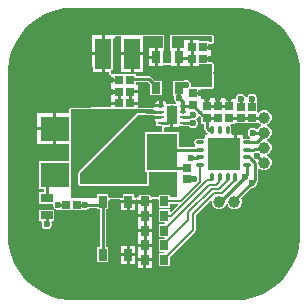
<source format=gtl>
%FSTAX44Y44*%
%MOMM*%
%SFA1B1*%

%IPPOS*%
%AMD28*
4,1,8,0.200660,0.124460,-0.200660,0.124460,-0.248920,0.076200,-0.248920,-0.076200,-0.200660,-0.124460,0.200660,-0.124460,0.248920,-0.076200,0.248920,0.076200,0.200660,0.124460,0.0*
1,1,0.100000,0.200660,0.076200*
1,1,0.100000,-0.200660,0.076200*
1,1,0.100000,-0.200660,-0.076200*
1,1,0.100000,0.200660,-0.076200*
%
%AMD45*
4,1,8,0.401320,0.800100,-0.401320,0.800100,-0.449580,0.749300,-0.449580,-0.749300,-0.401320,-0.800100,0.401320,-0.800100,0.449580,-0.749300,0.449580,0.749300,0.401320,0.800100,0.0*
1,1,0.099000,0.401320,0.749300*
1,1,0.099000,-0.401320,0.749300*
1,1,0.099000,-0.401320,-0.749300*
1,1,0.099000,0.401320,-0.749300*
%
%ADD10C,0.200000*%
%ADD11C,0.253999*%
%ADD15R,0.999998X0.749999*%
%ADD19C,0.799998*%
G04~CAMADD=28~8~0.0~0.0~196.9~98.4~19.7~0.0~15~0.0~0.0~0.0~0.0~0~0.0~0.0~0.0~0.0~0~0.0~0.0~0.0~0.0~196.9~98.4*
%ADD28D28*%
%ADD29C,2.299995*%
%ADD31R,0.649999X0.699999*%
%ADD32R,1.349997X2.599995*%
%ADD33R,0.699999X0.649999*%
%ADD34R,0.779998X0.739999*%
%ADD35R,0.739999X0.779998*%
%ADD36C,0.999998*%
%ADD37R,0.699999X0.999998*%
%ADD38O,0.799998X0.349999*%
%ADD39O,0.349999X0.799998*%
%ADD40R,2.699995X2.699995*%
%ADD41R,2.449995X2.149996*%
%ADD42R,2.599995X3.099994*%
%ADD43R,0.699999X0.999998*%
%ADD44R,0.699999X0.849998*%
G04~CAMADD=45~8~0.0~0.0~354.3~629.9~19.5~0.0~15~0.0~0.0~0.0~0.0~0~0.0~0.0~0.0~0.0~0~0.0~0.0~0.0~0.0~354.3~629.9*
%ADD45D45*%
%ADD46C,3.499993*%
%ADD47C,0.499999*%
%ADD48C,0.299999*%
%ADD49C,0.499999*%
%ADD50C,0.599999*%
%LNpcb1-1*%
%LPD*%
G36*
X00492919Y00543744D02*
X00491337D01*
X00490626Y00544219*
Y00544444*
X00482146*
Y00545764*
X00476976*
Y00539524*
X00474436*
Y00545764*
X00469266*
Y00538699*
X00465699*
Y00531159*
Y00523619*
X00470469*
Y00523668*
X00474436*
Y00529908*
X00476976*
Y00523668*
X00482146*
Y00524988*
X00490626*
Y00525213*
X00491337Y00525688*
X00492919*
Y00505796*
X0047544*
X00474785Y00506776*
Y00508454*
X00474143Y00510005*
X00472956Y00511192*
X00471405Y00511835*
X00469726*
X00468625Y00511379*
X00459709*
Y00498939*
X0045996*
X00460666Y00497883*
X00460537Y00497573*
Y00495894*
X0046118Y00494343*
X00462367Y00493156*
X00462447Y00493123*
X00462195Y00491853*
X00454734*
X00454162Y00491739*
X00454103Y00492035*
X00453431Y00493041*
X00452425Y00493713*
X00451239Y00493949*
X00450509*
Y00490099*
X00449239*
Y00488829*
X00443713*
X0044346Y00488521*
X00430007*
Y00490829*
X00423567*
Y00493369*
X00430007*
Y00495516*
X00430112*
Y00500485*
X00423672*
Y00503025*
X00430112*
Y00507995*
X00428608*
Y0051028*
X00438218*
X00440709Y00507789*
Y00498939*
X00450149*
Y00511379*
X00444299*
X00441065Y00514614*
X00440241Y00515164*
X0043927Y00515357*
X00428608*
Y00516626*
X00408568*
X00407413Y00516903*
X00407202Y00517017*
Y00520008*
X00408739*
Y00546333*
X0041143Y00549024*
X00415979*
Y00535498*
X00425269*
X00434559*
Y00549024*
X00451136*
Y00538699*
X00446699*
Y00531159*
Y00523619*
X00451469*
Y00524939*
X00458389*
Y00523619*
X00463159*
Y00531159*
Y00538699*
X00458722*
Y00549024*
X00492919*
Y00543744*
G37*
G36*
X00408647Y00487179D02*
D01*
X00428687*
X00429957Y00487222*
X00430007Y00487201*
X00443114*
X00444004Y00486431*
X00444187Y00486087*
X00444139Y00485849*
Y00484952*
X00443887Y00484503*
X00443526Y0048411*
X00442938Y00483881*
X00436655*
X00436618Y00483888*
X0043658Y00483881*
X00436525*
X00436482Y00483863*
X00436359Y00483913*
X00430456Y00483908*
X00429985Y00483713*
X00429523Y00483521*
X00380065Y0043402*
X00379873Y00433557*
X00379678Y00433086*
Y00423382*
X00380065Y00422448*
X00381Y00422061*
X004381*
X00439034Y00422448*
X00439421Y00423382*
Y00434129*
X0046355*
Y0041274*
X00458062Y00412677*
X00457159Y0041357*
Y00414549*
X00447719*
Y00412558*
X00441562Y00412486*
X00440659Y00413379*
Y00414549*
X00431219*
Y00412367*
X00427536Y00412324*
X00426633Y00413217*
Y00415113*
X00417193*
Y00412205*
X00406036Y00412076*
X00405133Y00412969*
Y00415113*
X00395693*
Y00411957*
X00374282Y0041171*
X0037338Y00412602*
Y0048715*
X00408535Y0048729*
X00408647Y00487179*
G37*
G36*
X00533436Y00474706D02*
X00534376Y00474316D01*
Y00472942*
X00533436Y00472552*
X00531686Y00470802*
X00531598Y0047059*
X00530121Y00470344*
X00529609Y00470857*
X00528058Y00471499*
X00526379*
X00524828Y00470857*
X00523641Y00469669*
X00522998Y00468118*
Y0046644*
X00523641Y00464889*
X00524828Y00463702*
X00525345Y00463487*
X00524975Y00462266*
X00524919Y00462277*
X00520419*
X00519979Y0046219*
X00518709Y0046309*
Y00465539*
X0050976*
X0050886Y00466809*
X00508947Y00467249*
Y00471749*
X00508717Y00472908*
X00508325Y00473493*
X00508847Y0047472*
X00508889Y00474763*
X00512392*
X00512554Y00475163*
X00521493*
X00522105*
X00531045*
Y00475301*
X00532315Y00475826*
X00533436Y00474706*
G37*
G36*
X00460009Y00472D02*
X00462744D01*
X00463928Y00472235*
X00464932Y00472906*
X00465046Y00473077*
X00465568Y00472729*
X00466239Y00472595*
X00468063*
X00468239Y0047256*
X00473495*
X00474487Y00471567*
X00476039Y00470925*
X00477717*
X00479268Y00471567*
X00480455Y00472755*
X00481098Y00474305*
Y00475984*
X00480455Y00477535*
X00480074Y00477917*
X00479307Y00478763*
X00480074Y00479576*
X00480472Y00479975*
X00480794Y00480751*
X00482288Y00481053*
X00482622Y00480718*
X00483446Y00480168*
X00483449Y00480167*
Y00474763*
X0048583*
Y00470987*
X00486024Y00470015*
X00486574Y00469192*
X00488062Y00467704*
X00488736Y00467253*
X0048893Y00466987*
X00488978Y00466809*
X00488004Y00465539*
X00486629*
Y0046309*
X00485359Y0046219*
X00484919Y00462277*
X00480419*
X0047926Y00462047*
X00478278Y00461391*
X00477621Y00460408*
X00477391Y00459249*
X00477621Y0045809*
X00478278Y00457108*
X00478106Y00455695*
X0047771Y00455288*
X00464849*
Y00467569*
X00452177*
Y00471436*
X00452425Y00471485*
X00453431Y00472157*
X00453503Y00472266*
X0045355Y00472235*
X00454734Y00472*
X00457469*
Y004826*
X00460009*
Y00472*
G37*
G36*
X00544462Y00347098D02*
X00543289Y00346612D01*
X00543192Y0034671*
X00337452*
Y00550258*
X00338372Y00551134*
X00356322Y00550248*
X00357253Y0055118*
X00408726*
X0040935Y0054991*
X00409247Y00549776*
X00409223Y00549768*
X00402039*
Y00534228*
Y00518688*
X00405881*
Y00517017*
X00405958Y00516831*
X00405938Y00516633*
X00406144Y00516382*
X00406268Y00516082*
X00406453Y00516006*
X00406579Y00515851*
X0040679Y00515739*
X00406964Y00515722*
X00407105Y0051562*
X00407248Y00515585*
Y00512976*
X00413688*
Y00510436*
X00407248*
Y00505466*
X00407432*
Y00503025*
X00413872*
Y00500485*
X00407432*
Y00498339*
X00407327*
Y00493369*
X00413767*
Y00490829*
X00407327*
Y00488606*
X00373374Y0048847*
X0037291Y00488276*
X00372445Y00488084*
X00372444Y00488081*
X00372442Y0048808*
X00372251Y00487614*
X00372059Y0048715*
Y00483889*
X00360899*
Y00470599*
Y00457309*
X00372059*
Y00443069*
X00346159*
Y00419129*
X00350296*
Y00417179*
X00346615*
Y00407239*
X0035804*
Y00407238*
Y0040556*
X00358573Y00404273*
X00358683Y00404009*
X00359362Y00403329*
X00359358Y00403289*
X00358716Y00402179*
X00357915*
X00357905*
X00346615*
Y00392239*
X00348011*
X0034886Y00390969*
X00348615Y00390378*
Y003887*
X00349258Y00387149*
X00350445Y00385961*
X00351996Y00385319*
X00353675*
X00355226Y00385961*
X00356413Y00387149*
X00357055Y003887*
Y00390378*
X00356811Y00390969*
X00357659Y00392239*
X00359055*
Y00400961*
Y00401889*
X00359262Y00402125*
X00360098Y00402727*
X00360423Y00402592*
X00361421Y00402179*
X003631*
X00363554Y00402367*
X0036421Y00401929*
X0037365*
X0037371*
X0037492*
X0038315*
X0038442Y0040232*
X00384761Y00402179*
X0038644*
X00387991Y00402821*
X00389029Y0040386*
X00395693*
Y00402673*
X00397874*
Y00370113*
X00395693*
Y00357673*
X00405133*
Y00370113*
X00402952*
Y00402673*
X00405133*
Y00409755*
X00406022Y00410732*
X00406051Y00410756*
X0041497Y00410859*
X00415674Y00410163*
X00421913*
X00427953*
Y00410473*
X00428868Y00410706*
X00429291Y00410349*
X00435939*
X00441979*
Y00411171*
X00446816Y00411226*
X00447719Y00410334*
Y00403609*
X00457159*
Y00406815*
X00463675*
X00464161Y00405642*
X00458429Y0039991*
X00457159Y00400436*
Y00402209*
X00447719*
Y00391269*
X00452312*
X0045299Y00389999*
X00452904Y00389869*
X00447719*
Y00378929*
X00452312*
X0045299Y00377659*
X00452904Y00377529*
X00447719*
Y00366589*
X00452312*
X0045299Y00365319*
X00452904Y00365189*
X00447719*
Y00354249*
X00457159*
Y00361988*
X00478191Y00383021*
X00478682Y00383755*
X00478854Y00384621*
Y0039717*
X00491477Y00409792*
X00492747Y00409266*
Y00407653*
X00493694Y00405367*
X00495443Y00403618*
X00497729Y00402671*
X00500204*
X0050249Y00403618*
X0050424Y00405367*
X00504701Y0040648*
X00506075*
X00506536Y00405367*
X00508286Y00403618*
X00510572Y00402671*
X00513046*
X00515332Y00403618*
X00517082Y00405367*
X00518029Y00407653*
Y00410128*
X00517328Y00411819*
X00525897Y00420388*
X00527366*
X00528917Y00421031*
X00530104Y00422218*
X00530746Y00423769*
Y00425238*
X00530954Y00425445*
X00531505Y00426269*
X00531698Y00427241*
Y00436684*
X00532871Y00437171*
X00533436Y00436606*
X00535722Y00435659*
X00538196*
X00540482Y00436606*
X00542232Y00438356*
X00543179Y00440642*
Y00443116*
X00542232Y00445402*
X00540482Y00447152*
X00539542Y00447542*
Y00448916*
X00540482Y00449306*
X00542232Y00451056*
X00543179Y00453342*
Y00455816*
X00542232Y00458102*
X00540482Y00459852*
X00539542Y00460242*
Y00461616*
X00540482Y00462006*
X00542232Y00463756*
X00543179Y00466042*
Y00468516*
X00542232Y00470802*
X00540482Y00472552*
X00539542Y00472942*
Y00474316*
X00540482Y00474706*
X00542232Y00476456*
X00543179Y00478742*
Y00481216*
X00542232Y00483502*
X00540482Y00485252*
X00538196Y00486199*
X00535722*
X00533436Y00485252*
X00532315Y00484131*
X00531045Y00484603*
Y00485873*
Y00494103*
X00530607Y00494759*
X00530795Y00495214*
Y00496893*
X00530153Y00498444*
X00528965Y00499631*
X00527415Y00500273*
X00525736*
X00524185Y00499631*
X00522998Y00498444*
X00522434Y00497084*
X00522172Y00497042*
X00521427*
X00521164Y00497084*
X00520601Y00498444*
X00519414Y00499631*
X00517863Y00500273*
X00516184*
X00514633Y00499631*
X00513446Y00498444*
X00512804Y00496893*
Y00496123*
X00508742*
Y00489683*
X00506202*
Y00496123*
X00503978*
Y00496266*
X00499008*
Y00489826*
X00496468*
Y00496266*
X00491498*
Y00496123*
X00489639*
Y00489683*
X00487099*
Y00496123*
X00483134*
Y00499144*
X00476894*
Y00501684*
X00483134*
Y00504476*
X00492919*
X00493853Y00504863*
X00494239Y00505796*
Y00525688*
X00493853Y00526622*
X00492919Y00527009*
X00491946*
Y00528638*
X00485506*
Y00531178*
X00491946*
Y00533284*
Y00538254*
X00485506*
Y00540794*
X00491946*
Y00542424*
X00492919*
X00493853Y0054281*
X00494239Y00543744*
Y00549024*
X00493853Y00549958*
X00494224Y0055118*
X00544462*
Y00347098*
G37*
G36*
X00436525Y0048256D02*
X00443315D01*
X00444171Y00481369*
X00449239*
Y00478829*
X00444243*
X00444375Y00478163*
X00445047Y00477157*
X00445737Y00476697*
X00445619Y0047652*
X00445485Y00475849*
Y00474349*
X00445619Y00473678*
X00445999Y00473109*
X00446568Y00472729*
X00447239Y00472595*
X00449062*
X00449239Y0047256*
X0044934Y0047258*
X00450857*
Y00467569*
X00436409*
Y00434129*
X004381*
Y00423382*
X00381*
Y00433086*
X00430457Y00482588*
X0043636Y00482593*
X00436525Y0048256*
G37*
%LNpcb1-2*%
%LPC*%
G36*
X00444159Y00538699D02*
X00439389D01*
Y00532429*
X00444159*
Y00538699*
G37*
G36*
Y00529889D02*
X00439389D01*
Y00523619*
X00444159*
Y00529889*
G37*
G36*
X00434559Y00532958D02*
X00426539D01*
Y00518688*
X00434559*
Y00532958*
G37*
G36*
X00423999D02*
X00415979D01*
Y00518688*
X00423999*
Y00532958*
G37*
G36*
X00447969Y00493949D02*
X00447239D01*
X00446053Y00493713*
X00445047Y00493041*
X00444375Y00492035*
X00444243Y00491369*
X00447969*
Y00493949*
G37*
G36*
X00399499Y00549768D02*
X00391479D01*
Y00535498*
X00399499*
Y00549768*
G37*
G36*
Y00532958D02*
X00391479D01*
Y00518688*
X00399499*
Y00532958*
G37*
G36*
X00358359Y00483889D02*
X00344839D01*
Y00471869*
X00358359*
Y00483889*
G37*
G36*
Y00469329D02*
X00344839D01*
Y00457309*
X00358359*
Y00469329*
G37*
G36*
X00427953Y00407623D02*
X00423183D01*
Y00401353*
X00427953*
Y00407623*
G37*
G36*
X00420643D02*
X00415873D01*
Y00401353*
X00420643*
Y00407623*
G37*
G36*
X00441979Y00407809D02*
X00435939D01*
X00429899*
Y00402289*
Y00398009*
X00435939*
X00441979*
Y00402289*
Y00407809*
G37*
G36*
Y00395469D02*
X00435939D01*
X00429899*
Y00389949*
Y00385669*
X00435939*
X00441979*
Y00389949*
Y00395469*
G37*
G36*
Y00383129D02*
X00435939D01*
X00429899*
Y00377609*
Y00373329*
X00435939*
X00441979*
Y00377609*
Y00383129*
G37*
G36*
X00427953Y00371433D02*
X00423183D01*
Y00365163*
X00427953*
Y00371433*
G37*
G36*
X00420643D02*
X00415873D01*
Y00365163*
X00420643*
Y00371433*
G37*
G36*
X00441979Y00370789D02*
X00435939D01*
X00429899*
Y00365269*
Y00360989*
X00435939*
X00441979*
Y00365269*
Y00370789*
G37*
G36*
X00427953Y00362623D02*
X00423183D01*
Y00356353*
X00427953*
Y00362623*
G37*
G36*
X00420643D02*
X00415873D01*
Y00356353*
X00420643*
Y00362623*
G37*
G36*
X00441979Y00358449D02*
X00437209D01*
Y00352929*
X00441979*
Y00358449*
G37*
G36*
X00434669D02*
X00429899D01*
Y00352929*
X00434669*
Y00358449*
G37*
%LNpcb1-3*%
%LPD*%
G54D10*
X00492919Y00427655D02*
Y00429499D01*
X00488682Y00426962D02*
X00492226D01*
X00452439Y00409079D02*
X00466245D01*
X00482669Y00425503*
X00492226Y00426962D02*
X00492919Y00427655D01*
X00482669Y00425503D02*
Y00439749D01*
X00458459Y00396739D02*
X00488682Y00426962D01*
X00452439Y00396739D02*
X00458459D01*
X00489871Y00422581D02*
X00495841D01*
X00452439Y00385149D02*
X00489871Y00422581D01*
X00492527Y00419361D02*
X00499121D01*
X00472831Y00399665D02*
X00492527Y00419361D01*
X00472831Y00393201D02*
Y00399665D01*
X00476591Y00398107D02*
X00494625Y00416141D01*
X00501469*
X00476591Y00384621D02*
Y00398107D01*
X00499132Y00429212D02*
X00499419Y00429499D01*
X00495841Y00422581D02*
X00499132Y00425872D01*
Y00429212*
X00452439Y00372809D02*
X00472831Y00393201D01*
X00452439Y00360469D02*
X00476591Y00384621D01*
X00499121Y00419361D02*
X00505735Y00425975D01*
X00501469Y00416141D02*
X00512419Y00427092D01*
X00505735Y00425975D02*
Y00429315D01*
G54D11*
X00464429Y00505385D02*
X00466659Y00507615D01*
X00464429Y00505159D02*
Y00505385D01*
X00466659Y00507615D02*
X00470565D01*
X00464593Y00496898D02*
Y00504245D01*
X00464429Y00504409D02*
X00464593Y00504245D01*
Y00496898D02*
X00464757Y00496734D01*
X00476894Y00500414D02*
X00483564D01*
X00488369Y00479426D02*
X00497738D01*
X00482179Y00484844D02*
Y00485129D01*
Y00484844D02*
X00482384Y00484639D01*
X00476894Y00490414D02*
X00482179Y00485129D01*
X00482384Y00484547D02*
Y00484639D01*
Y00484547D02*
X00484418Y00482513D01*
X00485939*
X00476894Y00490414D02*
Y00490614D01*
X00485939Y00482513D02*
X00488369Y00480083D01*
Y00479883D02*
Y00480083D01*
X0047638Y00490099D02*
X00476894Y00490614D01*
X00468239Y00490099D02*
X0047638D01*
X00475958Y00482365D02*
X00476894D01*
X00468259Y00480119D02*
X00473712D01*
X00475958Y00482365*
X00468239Y00475099D02*
X00476832D01*
X00476878Y00475145*
X00488369Y00479426D02*
Y00479883D01*
Y00470987D02*
Y00479426D01*
X00489857Y00469499D02*
X00492919D01*
X00488369Y00470987D02*
X00489857Y00469499D01*
X00520665Y00429499D02*
X00522669Y00431503D01*
X00502484Y00411318D02*
X00520665Y00429499D01*
X00530909Y00447622D02*
X00531063D01*
X00536805Y00441879D02*
X00536959D01*
X00531063Y00447622D02*
X00536805Y00441879D01*
X00526526Y00424608D02*
X00529159Y00427241D01*
X0051181Y00409891D02*
X00526526Y00424608D01*
X00468239Y00480099D02*
X00468259Y00480119D01*
X00497921Y00489683D02*
Y00496353D01*
X00507472Y00489683D02*
Y00496353D01*
X00507307Y00489849D02*
X00507472Y00489683D01*
X00488369D02*
Y00496353D01*
X00527219Y00467279D02*
X00534827D01*
X003856Y004064D02*
X00398183D01*
X0037893D02*
X003856D01*
X0037843D02*
X0037893D01*
X00379095Y00406564*
X00368765Y00406234D02*
X0036893Y004064D01*
X0036226D02*
X0036893D01*
X00400413Y00363893D02*
Y00408629D01*
X00398183Y004064D02*
X00400413Y00408629D01*
Y00408893*
X00352835Y00412209D02*
Y00424305D01*
X00359529Y00430999*
X00352835Y00389539D02*
Y00397209D01*
X00468239Y00485099D02*
X00468259Y00485079D01*
X00471343Y00427833D02*
X00477449D01*
X00450629Y00449363D02*
X00462359Y00437633D01*
X00450629Y00449363D02*
Y0045085D01*
X00462359Y00437633D02*
X00471343D01*
X00452529Y00452749D02*
X00482669D01*
X00526575Y00489383D02*
Y00496053D01*
X00517024Y00489383D02*
Y00496053D01*
X00497921Y00489683D02*
X00507472D01*
X00488369D02*
X00497921D01*
X00507472Y00479883D02*
X00517024D01*
X00526575*
X00538915*
X00435753Y00408893D02*
X00435939Y00409079D01*
X00421913Y00408893D02*
X00435753D01*
X00551175Y00429179D02*
X00554026Y0043203D01*
X00536959Y00429179D02*
X00551175D01*
X00554026Y0043203D02*
X00555504D01*
X00421913Y00363893D02*
Y00408893D01*
X00452439Y00372059D02*
Y00372809D01*
X00500394Y00411318D02*
X00502484D01*
X00522669Y00431503D02*
Y00439749D01*
X00498967Y00409891D02*
X00500394Y00411318D01*
X00452439Y00384399D02*
Y00385149D01*
X00505735Y00429315D02*
X00505919Y00429499D01*
X00452439Y00359719D02*
Y00360469D01*
X00512419Y00427092D02*
Y00429499D01*
X00525103Y00445562D02*
X00529159Y00441505D01*
X00522669Y00446249D02*
X00524659D01*
X00525103Y00445806*
Y00445562D02*
Y00445806D01*
X00529159Y00427241D02*
Y00441505D01*
X00435939Y00359719D02*
Y00372059D01*
Y00384399*
Y00396739*
Y00409079*
X00450629Y0045085D02*
X00452529Y00452749D01*
X00330985Y00484159D02*
X00339185Y00492359D01*
X00413767Y00492099D02*
Y0050165D01*
X00413872Y00501756*
X00436525Y00485099D02*
X00449239D01*
X00400769Y00534228D02*
Y00553943D01*
X0040868Y00561854*
X00423488Y00512819D02*
X0043927D01*
X00407018Y00511706D02*
X00413688D01*
X00445429Y00505159D02*
Y00506659D01*
X00423488Y00511706D02*
X00423497Y00511698D01*
X0043927Y00512819D02*
X00445429Y00506659D01*
X00454929Y00559624D02*
X00457159Y00561854D01*
X00475706Y00530568D02*
Y00539524D01*
Y00529908D02*
Y00530568D01*
X00477825*
X0046502D02*
X00475706D01*
X00464429Y00531159D02*
X0046502Y00530568D01*
X00464331Y00531257D02*
X00464429Y00531159D01*
X00449239Y00493859D02*
Y00496948D01*
Y00491329D02*
Y00493859D01*
X00448029Y00490099D02*
X00449239D01*
X00448009Y00490119D02*
X00448029Y00490099D01*
X00423567Y00492099D02*
X00423672Y00492204D01*
X00407202Y00501756D02*
X00413872D01*
X00423672Y00492204D02*
Y00501756D01*
X00535702Y00453322D02*
X00536959Y00454579D01*
X00528401Y00453322D02*
X00535702D01*
X00522853Y00452933D02*
X00528012D01*
X00528401Y00453322*
X00522669Y00452749D02*
X00522853Y00452933D01*
X00536888Y0048005D02*
X00536959D01*
X0037368Y0038103D02*
Y00382418D01*
X00456739Y00477099D02*
X00458739D01*
X00454759Y00475119D02*
X00456739Y00477099D01*
X00449239Y00475099D02*
X00449259Y00475119D01*
X00454759*
X00451657Y00499366D02*
Y00513811D01*
X00445429Y00520039D02*
X00451657Y00513811D01*
X00449239Y00496948D02*
X00451657Y00499366D01*
X00444601Y00530331D02*
X00445429Y00531159D01*
X00474682Y00446178D02*
X00481352D01*
X00445429Y00520039D02*
Y00531159D01*
X00485506Y00529908D02*
X00492176D01*
X00485506Y00539524D02*
X00492176D01*
X00536888Y0048005D02*
X00536959Y00479979D01*
Y0046526D02*
Y00467279D01*
X00532709Y0046101D02*
X00536959Y0046526D01*
X00512419Y00469499D02*
Y00470769D01*
X00522669Y00459249D02*
X00522853Y00459433D01*
X0053122*
X00532709Y00460921D02*
Y0046101D01*
X0053122Y00459433D02*
X00532709Y00460921D01*
X00508169Y00456269D02*
X00512419Y00460519D01*
Y00469499*
G54D15*
X00352835Y00397209D03*
Y00412209D03*
G54D19*
X00555504Y00501159D03*
Y00484159D03*
X00330985Y00501159D03*
Y00484159D03*
X0039168Y00561854D03*
X0040868D03*
X00494809D03*
X00477809D03*
X00494809Y00337335D03*
X00477809D03*
X00555504Y0039803D03*
Y0041503D03*
Y0043203D03*
Y0044903D03*
Y0046603D03*
X00330985Y0039803D03*
Y0041503D03*
Y0043203D03*
Y0044903D03*
Y0046603D03*
X0051181Y00337335D03*
X0040868D03*
X0039168D03*
X0037468D03*
X00555504Y0038103D03*
X00552178Y00364309D03*
X0052853Y00340661D03*
X00542706Y00350133D03*
X00330985Y0038103D03*
X00357959Y00340661D03*
X00334311Y00364309D03*
X00343783Y00350133D03*
X0037468Y00561854D03*
X00330985Y0051816D03*
X00334311Y0053488D03*
X00357959Y00558528D03*
X00343783Y00549056D03*
X00542706D03*
X00552178Y0053488D03*
X0052853Y00558528D03*
X0051181Y00561854D03*
X00555504Y0051816D03*
G54D28*
X00449239Y00480099D03*
Y00485099D03*
Y00490099D03*
Y00475099D03*
X00468239D03*
Y00480099D03*
Y00485099D03*
Y00490099D03*
G54D29*
X00555504Y0051816D02*
D01*
X00555398Y00521208*
X00555079Y00524241*
X0055455Y00527244*
X00553812Y00530203*
X00552869Y00533104*
X00551727Y00535932*
X0055039Y00538673*
X00548865Y00541314*
X00547159Y00543843*
X00545282Y00546246*
X00543241Y00548513*
X00541047Y00550631*
X00538711Y00552591*
X00536243Y00554384*
X00533657Y00556*
X00530964Y00557432*
X00528178Y00558673*
X00525312Y00559716*
X0052238Y00560556*
X00519397Y00561191*
X00516377Y00561615*
X00513334Y00561828*
X0051181Y00561854*
X0037468D02*
D01*
X00371632Y00561748*
X00368599Y00561429*
X00365596Y005609*
X00362636Y00560162*
X00359736Y00559219*
X00356908Y00558077*
X00354167Y0055674*
X00351526Y00555215*
X00348997Y00553509*
X00346594Y00551632*
X00344327Y00549591*
X00342209Y00547397*
X00340248Y00545061*
X00338456Y00542593*
X00336839Y00540007*
X00335408Y00537314*
X00334167Y00534528*
X00333124Y00531662*
X00332283Y0052873*
X00331649Y00525747*
X00331225Y00522727*
X00331012Y00519684*
X00330985Y0051816*
Y0038103D02*
D01*
X00331092Y00377982*
X00331411Y00374949*
X0033194Y00371946*
X00332678Y00368986*
X00333621Y00366086*
X00334763Y00363258*
X003361Y00360517*
X00337625Y00357876*
X0033933Y00355347*
X00341208Y00352944*
X00343249Y00350677*
X00345443Y00348559*
X00347779Y00346598*
X00350246Y00344806*
X00352833Y00343189*
X00355526Y00341758*
X00358312Y00340517*
X00361178Y00339474*
X0036411Y00338633*
X00367093Y00337999*
X00370113Y00337575*
X00373155Y00337362*
X0037468Y00337335*
X0051181D02*
D01*
X00514858Y00337442*
X00517891Y00337761*
X00520894Y0033829*
X00523853Y00339028*
X00526754Y00339971*
X00529582Y00341113*
X00532323Y0034245*
X00534964Y00343975*
X00537493Y0034568*
X00539896Y00347558*
X00542163Y00349599*
X00544281Y00351793*
X00546241Y00354129*
X00548034Y00356596*
X0054965Y00359183*
X00551082Y00361876*
X00552323Y00364662*
X00553366Y00367528*
X00554206Y0037046*
X00554841Y00373443*
X00555265Y00376463*
X00555478Y00379505*
X00555504Y0038103*
Y00501159D02*
Y0051816D01*
Y00484159D02*
Y00501159D01*
Y0046603D02*
Y00484159D01*
Y0044903D02*
Y0046603D01*
Y0043203D02*
Y0044903D01*
Y0041503D02*
Y0043203D01*
Y0039803D02*
Y0041503D01*
Y0038103D02*
Y0039803D01*
X00330985Y00501159D02*
Y0051816D01*
Y00484159D02*
Y00501159D01*
Y0046603D02*
Y00484159D01*
Y0044903D02*
Y0046603D01*
Y0043203D02*
Y0044903D01*
Y0041503D02*
Y0043203D01*
Y0039803D02*
Y0041503D01*
Y0038103D02*
Y0039803D01*
X0037468Y00561854D02*
X0039168D01*
X00494809D02*
X0051181D01*
X00477809D02*
X00494809D01*
X00457159D02*
X00477809D01*
X0040868D02*
X00457159D01*
X0039168D02*
X0040868D01*
X0037468Y00337335D02*
X0051181D01*
G54D31*
X00517024Y00479883D03*
Y00489383D03*
X00526575D03*
Y00479883D03*
G54D32*
X00400769Y00534228D03*
X00425269D03*
G54D33*
X0036893Y004064D03*
X0037843D03*
G54D34*
X00423488Y00511706D03*
X00413688D03*
X00423672Y00501756D03*
X00413872D03*
X00475706Y00529908D03*
X00485506D03*
X00423567Y00492099D03*
X00413767D03*
X00475706Y00539524D03*
X00485506D03*
G54D35*
X00497738Y00480026D03*
Y00489826D03*
X00476894Y00490614D03*
Y00500414D03*
X00507472Y00479883D03*
Y00489683D03*
X00471343Y00437633D03*
Y00427833D03*
X00488369Y00479883D03*
Y00489683D03*
G54D36*
X00498967Y00408891D03*
X0051181D03*
X00536959Y00479979D03*
Y00467279D03*
Y00454579D03*
Y00441879D03*
Y00429179D03*
G54D37*
X00464429Y00505159D03*
X00445429D03*
Y00531159D03*
X00454929D03*
X00464429D03*
G54D38*
X00482669Y00459249D03*
Y00452749D03*
Y00446249D03*
Y00439749D03*
X00522669D03*
Y00446249D03*
Y00452749D03*
Y00459249D03*
G54D39*
X00492919Y00429499D03*
X00499419D03*
X00512419D03*
Y00469499D03*
X00505919D03*
X00499419D03*
X00492919D03*
X00505919Y00429499D03*
G54D40*
X00502669Y00449499D03*
G54D41*
X00359629Y00470599D03*
Y00431099D03*
G54D42*
X00450629Y0045085D03*
G54D43*
X00421913Y00363893D03*
Y00408893D03*
X00400413Y00363893D03*
Y00408893D03*
G54D44*
X00435939Y00396739D03*
X00452439D03*
X00435939Y00409079D03*
X00452439D03*
X00435939Y00359719D03*
X00452439D03*
X00435939Y00372059D03*
X00452439D03*
X00435939Y00384399D03*
X00452439D03*
G54D45*
X00458739Y004826D03*
G54D46*
X0037468Y0051816D03*
Y0038103D03*
X0051181D03*
Y0051816D03*
G54D47*
X00475703Y00511947D03*
X00472525Y00469796D03*
X00497169Y00454999D03*
X00508169D03*
X00497169Y00443999D03*
X00508169D03*
X00538525Y00529796D03*
Y00517796D03*
X00541525Y00511796D03*
X00538525Y00505796D03*
X00541525Y00499796D03*
X00538525Y00493796D03*
X00541525Y00487796D03*
Y00415796D03*
Y00403796D03*
X00538525Y00397797D03*
X00541525Y00391796D03*
X00538525Y00385797D03*
X00541525Y00379797D03*
X00538525Y00373796D03*
X00535525Y00535796D03*
X00532525Y00529796D03*
X00535525Y00523796D03*
Y00511796D03*
X00532525Y00505796D03*
X00535525Y00499796D03*
X00532525Y00397797D03*
X00535525Y00391796D03*
Y00379797D03*
Y00367797D03*
X00532525Y00361796D03*
X00526525Y00541796D03*
X00529525Y00535796D03*
X00526525Y00361796D03*
X00520525Y00541796D03*
X00523525Y00355797D03*
X00514525Y00541796D03*
X00517525Y00355797D03*
X00511525Y00547796D03*
X00508525Y00541796D03*
X00511525Y00355797D03*
X00505525Y00547796D03*
X00502525Y00541796D03*
X00505525Y00355797D03*
X00499525Y00547796D03*
X00496525Y00397797D03*
Y00361796D03*
X00499525Y00355797D03*
X00475525Y00463796D03*
X00466525Y00469796D03*
X00469525Y00463796D03*
X00424525Y00385797D03*
X00421525Y00391796D03*
X00418525Y00385797D03*
X00421525Y00379797D03*
X00415525Y00391796D03*
X00412525Y00385797D03*
X00415525Y00379797D03*
X00412525Y00373796D03*
Y00361796D03*
X00409525Y00391796D03*
X00406525Y00385797D03*
X00409525Y00379797D03*
X00406525Y00373796D03*
X00409525Y00367797D03*
Y00355797D03*
X00400525Y00505796D03*
Y00493796D03*
X00397525Y00511796D03*
X00394525Y00505796D03*
X00397525Y00499796D03*
X00394525Y00493796D03*
X00388525Y00541796D03*
X00391525Y00499796D03*
X00388525Y00493796D03*
Y00361796D03*
X00391525Y00355797D03*
X00385525Y00547796D03*
X00382525Y00541796D03*
Y00493796D03*
X00385525Y00355797D03*
X00379525Y00547796D03*
X00376525Y00541796D03*
Y00493796D03*
X00379525Y00355797D03*
X00373525Y00547796D03*
X00370525Y00541796D03*
Y00493796D03*
X00373525Y00355797D03*
X00364525Y00541796D03*
Y00493796D03*
X00367525Y00487796D03*
Y00451796D03*
X00364525Y00445796D03*
X00367525Y00355797D03*
X00358525Y00541796D03*
Y00493796D03*
X00361525Y00487796D03*
Y00451796D03*
X00358525Y00445796D03*
Y00361796D03*
X00361525Y00355797D03*
X00355525Y00535796D03*
X00352525Y00529796D03*
Y00505796D03*
X00355525Y00499796D03*
X00352525Y00493796D03*
X00355525Y00487796D03*
Y00451796D03*
X00352525Y00445796D03*
Y00373796D03*
X00355525Y00367797D03*
X00352525Y00361796D03*
X00349525Y00523796D03*
X00346525Y00517796D03*
X00349525Y00511796D03*
X00346525Y00505796D03*
X00349525Y00499796D03*
X00346525Y00493796D03*
X00349525Y00487796D03*
Y00451796D03*
X00346525Y00445796D03*
Y00385797D03*
X00349525Y00379797D03*
X00346525Y00373796D03*
X00349525Y00367797D03*
X00484525Y00517796D03*
X00487525Y00511796D03*
X00478525Y00517796D03*
X00481525Y00511796D03*
X00472525Y00517796D03*
X00466525Y00541796D03*
Y00517796D03*
X00460525D03*
X00454525D03*
Y00505796D03*
X00448525Y00541796D03*
Y00517796D03*
X00442525Y00541796D03*
Y00517796D03*
X00436525Y00505796D03*
Y00493796D03*
X00433525Y00499796D03*
X00412525Y00541796D03*
Y00529796D03*
X00457525Y00421796D03*
X00451525D03*
X00412525Y00475796D03*
Y00415796D03*
X00409525Y00481796D03*
X00406525Y00475796D03*
X00409525Y00469796D03*
X00403525Y00481796D03*
X00400525Y00475796D03*
X00403525Y00469796D03*
X00400525Y00463796D03*
X00397525Y00481796D03*
X00394525Y00475796D03*
X00397525Y00469796D03*
X00394525Y00463796D03*
X00397525Y00457796D03*
X00391525Y00481796D03*
X00388525Y00475796D03*
X00391525Y00469796D03*
X00388525Y00463796D03*
X00391525Y00457796D03*
X00388525Y00451796D03*
Y00415796D03*
X00385525Y00481796D03*
X00382525Y00475796D03*
X00385525Y00469796D03*
X00382525Y00463796D03*
X00385525Y00457796D03*
X00382525Y00451796D03*
X00385525Y00445796D03*
X00382525Y00415796D03*
X00379525Y00481796D03*
X00376525Y00475796D03*
X00379525Y00469796D03*
X00376525Y00463796D03*
X00379525Y00457796D03*
X00376525Y00451796D03*
X00379525Y00445796D03*
X00376525Y00439796D03*
Y00415796D03*
X00418525Y00439796D03*
Y00427796D03*
X00412525Y00451796D03*
X00415525Y00445796D03*
X00412525Y00439796D03*
X00415525Y00433796D03*
X00412525Y00427796D03*
X00409525Y00457796D03*
X00406525Y00451796D03*
X00409525Y00445796D03*
X00406525Y00439796D03*
X00409525Y00433796D03*
X00406525Y00427796D03*
X00403525Y00445796D03*
X00400525Y00439796D03*
X00403525Y00433796D03*
X00400525Y00427796D03*
X00397525Y00445796D03*
X00394525Y00439796D03*
X00397525Y00433796D03*
X00394525Y00427796D03*
X00391525Y00433796D03*
X00388525Y00427796D03*
X00458739Y00488099D03*
Y00477099D03*
G54D48*
X00467989Y00490349D02*
Y00492929D01*
Y00490349D02*
X00468239Y00490099D01*
X00464429Y00496489D02*
X00467989Y00492929D01*
X00464429Y00496489D02*
Y00505159D01*
X00468239Y00485099D02*
Y00490099D01*
G54D49*
X00454929Y00531159D02*
Y00559624D01*
G54D50*
X00470565Y00507615D03*
X00464757Y00496734D03*
X00483564Y00500414D03*
X00476894Y00482365D03*
X00476878Y00475145D03*
X00530909Y00447622D03*
X00520665Y00429499D03*
X00526526Y00424608D03*
X00507472Y00496353D03*
X00497921D03*
X00488369D03*
X00527219Y00467279D03*
X003856Y004064D03*
X0036226D03*
X00477449Y00427833D03*
X00526575Y00496053D03*
X00517024D03*
X00352835Y00389539D03*
X00407202Y00501756D03*
X00407018Y00511706D03*
X00492176Y00529908D03*
X00474682Y00446178D03*
X00492176Y00539524D03*
M02*
</source>
